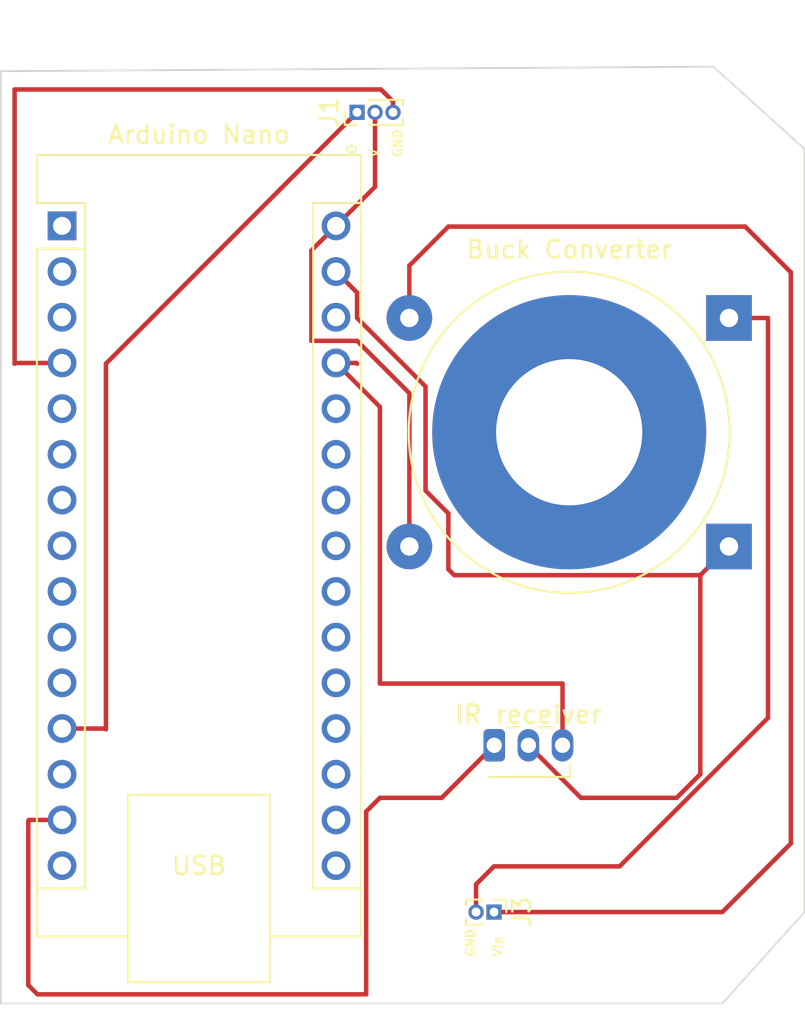
<source format=kicad_pcb>
(kicad_pcb (version 20221018) (generator pcbnew)
  (layers (0 "F.Cu" signal) (31 "B.Cu" signal) (34 "B.Paste" user) (35 "F.Paste" user) (36 "B.SilkS" user "B.Silkscreen") (37 "F.SilkS" user "F.Silkscreen") (38 "B.Mask" user) (39 "F.Mask" user) (44 "Edge.Cuts" user))
  (net 0 "")
  (net 4 "Net-(J1-Pin_3)")
  (net 12 "Net-(A1-D9)")
  (net 14 "Net-(A1-D11)")
  (net 27 "Net-(A1-+5V)")
  (net 29 "Net-(A1-VIN)")
  (net 30 "Net-(J3-Pin_1)")
  (net 31 "Net-(J3-Pin_2)")
  (net 32 "Net-(U1-GND)")
  (footprint "Module:Arduino_Nano" (layer "F.Cu") (at 110.59 63.46)
    (fp_text reference "Arduino Nano" (at 7.62 -5.08) (layer "F.SilkS"))
    (fp_text value "Arduino_Nano_v2.x")
    (fp_text user "USB" (at 7.62 35.56 unlocked) (layer "F.SilkS"))
    (fp_line (start -1.4 -3.94) (end -1.4 -1.27) (stroke (width 0.12)) (layer "F.SilkS"))
    (fp_line (start -1.4 1.27) (end -1.4 39.5) (stroke (width 0.12)) (layer "F.SilkS"))
    (fp_line (start -1.4 39.5) (end 3.68 39.5) (stroke (width 0.12)) (layer "F.SilkS"))
    (fp_line (start 1.27 -1.27) (end -1.4 -1.27) (stroke (width 0.12)) (layer "F.SilkS"))
    (fp_line (start 1.27 1.27) (end -1.4 1.27) (stroke (width 0.12)) (layer "F.SilkS"))
    (fp_line (start 1.27 1.27) (end 1.27 -1.27) (stroke (width 0.12)) (layer "F.SilkS"))
    (fp_line (start 1.27 1.27) (end 1.27 36.83) (stroke (width 0.12)) (layer "F.SilkS"))
    (fp_line (start 1.27 36.83) (end -1.4 36.83) (stroke (width 0.12)) (layer "F.SilkS"))
    (fp_line (start 3.68 31.62) (end 11.56 31.62) (stroke (width 0.12)) (layer "F.SilkS"))
    (fp_line (start 3.68 42.04) (end 3.68 31.62) (stroke (width 0.12)) (layer "F.SilkS"))
    (fp_line (start 11.56 31.62) (end 11.56 42.04) (stroke (width 0.12)) (layer "F.SilkS"))
    (fp_line (start 11.56 42.04) (end 3.68 42.04) (stroke (width 0.12)) (layer "F.SilkS"))
    (fp_line (start 13.97 -1.27) (end 13.97 36.83) (stroke (width 0.12)) (layer "F.SilkS"))
    (fp_line (start 13.97 -1.27) (end 16.64 -1.27) (stroke (width 0.12)) (layer "F.SilkS"))
    (fp_line (start 13.97 36.83) (end 16.64 36.83) (stroke (width 0.12)) (layer "F.SilkS"))
    (fp_line (start 16.64 -3.94) (end -1.4 -3.94) (stroke (width 0.12)) (layer "F.SilkS"))
    (fp_line (start 16.64 39.5) (end 11.56 39.5) (stroke (width 0.12)) (layer "F.SilkS"))
    (fp_line (start 16.64 39.5) (end 16.64 -3.94) (stroke (width 0.12)) (layer "F.SilkS"))
    (pad "1" thru_hole rect (at 0 0) (size 1.6 1.6) (drill 1) (layers "*.Cu" "*.Mask"))
    (pad "2" thru_hole oval (at 0 2.54) (size 1.6 1.6) (drill 1) (layers "*.Cu" "*.Mask"))
    (pad "3" thru_hole oval (at 0 5.08) (size 1.6 1.6) (drill 1) (layers "*.Cu" "*.Mask"))
    (pad "4" thru_hole oval (at 0 7.62) (size 1.6 1.6) (drill 1) (layers "*.Cu" "*.Mask") (net 4 "Net-(J1-Pin_3)"))
    (pad "5" thru_hole oval (at 0 10.16) (size 1.6 1.6) (drill 1) (layers "*.Cu" "*.Mask"))
    (pad "6" thru_hole oval (at 0 12.7) (size 1.6 1.6) (drill 1) (layers "*.Cu" "*.Mask"))
    (pad "7" thru_hole oval (at 0 15.24) (size 1.6 1.6) (drill 1) (layers "*.Cu" "*.Mask"))
    (pad "8" thru_hole oval (at 0 17.78) (size 1.6 1.6) (drill 1) (layers "*.Cu" "*.Mask"))
    (pad "9" thru_hole oval (at 0 20.32) (size 1.6 1.6) (drill 1) (layers "*.Cu" "*.Mask"))
    (pad "10" thru_hole oval (at 0 22.86) (size 1.6 1.6) (drill 1) (layers "*.Cu" "*.Mask"))
    (pad "11" thru_hole oval (at 0 25.4) (size 1.6 1.6) (drill 1) (layers "*.Cu" "*.Mask"))
    (pad "12" thru_hole oval (at 0 27.94) (size 1.6 1.6) (drill 1) (layers "*.Cu" "*.Mask") (net 12 "Net-(A1-D9)"))
    (pad "13" thru_hole oval (at 0 30.48) (size 1.6 1.6) (drill 1) (layers "*.Cu" "*.Mask"))
    (pad "14" thru_hole oval (at 0 33.02) (size 1.6 1.6) (drill 1) (layers "*.Cu" "*.Mask") (net 14 "Net-(A1-D11)"))
    (pad "15" thru_hole oval (at 0 35.56) (size 1.6 1.6) (drill 1) (layers "*.Cu" "*.Mask"))
    (pad "16" thru_hole oval (at 15.24 35.56) (size 1.6 1.6) (drill 1) (layers "*.Cu" "*.Mask"))
    (pad "17" thru_hole oval (at 15.24 33.02) (size 1.6 1.6) (drill 1) (layers "*.Cu" "*.Mask"))
    (pad "18" thru_hole oval (at 15.24 30.48) (size 1.6 1.6) (drill 1) (layers "*.Cu" "*.Mask"))
    (pad "19" thru_hole oval (at 15.24 27.94) (size 1.6 1.6) (drill 1) (layers "*.Cu" "*.Mask"))
    (pad "20" thru_hole oval (at 15.24 25.4) (size 1.6 1.6) (drill 1) (layers "*.Cu" "*.Mask"))
    (pad "21" thru_hole oval (at 15.24 22.86) (size 1.6 1.6) (drill 1) (layers "*.Cu" "*.Mask"))
    (pad "22" thru_hole oval (at 15.24 20.32) (size 1.6 1.6) (drill 1) (layers "*.Cu" "*.Mask"))
    (pad "23" thru_hole oval (at 15.24 17.78) (size 1.6 1.6) (drill 1) (layers "*.Cu" "*.Mask"))
    (pad "24" thru_hole oval (at 15.24 15.24) (size 1.6 1.6) (drill 1) (layers "*.Cu" "*.Mask"))
    (pad "25" thru_hole oval (at 15.24 12.7) (size 1.6 1.6) (drill 1) (layers "*.Cu" "*.Mask"))
    (pad "26" thru_hole oval (at 15.24 10.16) (size 1.6 1.6) (drill 1) (layers "*.Cu" "*.Mask"))
    (pad "27" thru_hole oval (at 15.24 7.62) (size 1.6 1.6) (drill 1) (layers "*.Cu" "*.Mask") (net 27 "Net-(A1-+5V)"))
    (pad "28" thru_hole oval (at 15.24 5.08) (size 1.6 1.6) (drill 1) (layers "*.Cu" "*.Mask"))
    (pad "29" thru_hole oval (at 15.24 2.54) (size 1.6 1.6) (drill 1) (layers "*.Cu" "*.Mask") (net 32 "Net-(U1-GND)"))
    (pad "30" thru_hole oval (at 15.24 0) (size 1.6 1.6) (drill 1) (layers "*.Cu" "*.Mask") (net 29 "Net-(A1-VIN)"))
  )
  (footprint "OptoDevice:ONSemi_QSE15x" (layer "F.Cu") (at 134.63 92.33)
    (fp_text reference "IR receiver" (at 1.9 -1.71) (layer "F.SilkS"))
    (fp_text value "TSDP341xx")
    (fp_line (start -0.32 1.76) (end 4.23 1.76) (stroke (width 0.12)) (layer "F.SilkS"))
    (fp_line (start 0.72 -1) (end 1.4 -1) (stroke (width 0.12)) (layer "F.SilkS"))
    (fp_line (start 2.4 -1) (end 3.3 -1) (stroke (width 0.12)) (layer "F.SilkS"))
    (fp_line (start 4.23 1.76) (end 4.23 1.05) (stroke (width 0.12)) (layer "F.SilkS"))
    (pad "1" thru_hole roundrect (at 0 0) (size 1.2 1.8) (drill 0.85) (layers "*.Cu" "*.Mask") (roundrect_rratio 0.208) (net 14 "Net-(A1-D11)"))
    (pad "2" thru_hole oval (at 1.9 0) (size 1.2 1.8) (drill 0.85) (layers "*.Cu" "*.Mask") (net 32 "Net-(U1-GND)"))
    (pad "3" thru_hole oval (at 3.8 0) (size 1.2 1.8) (drill 0.85) (layers "*.Cu" "*.Mask") (net 27 "Net-(A1-+5V)"))
  )
  (footprint "Connector_PinHeader_1.00mm:PinHeader_1x03_P1.00mm_Vertical" (layer "F.Cu") (at 127 57.15 90)
    (fp_text reference "J1" (at 0 -1.56 90) (layer "F.SilkS"))
    (fp_text value "Conn_01x03_Pin")
    (fp_line (start -0.695 -0.685) (end 0 -0.685) (stroke (width 0.12)) (layer "F.SilkS"))
    (fp_line (start -0.695 0) (end -0.695 -0.685) (stroke (width 0.12)) (layer "F.SilkS"))
    (fp_line (start -0.695 0.685) (end -0.695 2.56) (stroke (width 0.12)) (layer "F.SilkS"))
    (fp_line (start -0.695 0.685) (end -0.608276 0.685) (stroke (width 0.12)) (layer "F.SilkS"))
    (fp_line (start -0.695 2.56) (end -0.394493 2.56) (stroke (width 0.12)) (layer "F.SilkS"))
    (fp_line (start 0.394493 2.56) (end 0.695 2.56) (stroke (width 0.12)) (layer "F.SilkS"))
    (fp_line (start 0.608276 0.685) (end 0.695 0.685) (stroke (width 0.12)) (layer "F.SilkS"))
    (fp_line (start 0.695 0.685) (end 0.695 2.56) (stroke (width 0.12)) (layer "F.SilkS"))
    (pad "1" thru_hole rect (at 0 0 90) (size 0.85 0.85) (drill 0.5) (layers "*.Cu" "*.Mask") (net 12 "Net-(A1-D9)"))
    (pad "2" thru_hole oval (at 0 1 90) (size 0.85 0.85) (drill 0.5) (layers "*.Cu" "*.Mask") (net 29 "Net-(A1-VIN)"))
    (pad "3" thru_hole oval (at 0 2 90) (size 0.85 0.85) (drill 0.5) (layers "*.Cu" "*.Mask") (net 4 "Net-(J1-Pin_3)"))
  )
  (footprint "Transformer_THT:Transformer_Toroid_Horizontal_D18.0mm" (layer "F.Cu") (at 129.91 68.58)
    (fp_text reference "Buck Converter" (at 8.89 -3.81) (layer "F.SilkS"))
    (fp_text value "LM2596S-12")
    (fp_circle (center 8.89 6.35) (end 17.49 8.75) (stroke (width 0.12)) (fill none) (layer "F.SilkS"))
    (pad "" thru_hole circle (at 8.89 6.35) (size 15.24 15.24) (drill 8.13) (layers "*.Cu" "*.Mask"))
    (pad "1" thru_hole circle (at 0 0) (size 2.54 2.54) (drill 1.02) (layers "*.Cu" "*.Mask") (net 30 "Net-(J3-Pin_1)"))
    (pad "2" thru_hole circle (at 0 12.7) (size 2.54 2.54) (drill 1.02) (layers "*.Cu" "*.Mask") (net 29 "Net-(A1-VIN)"))
    (pad "3" thru_hole rect (at 17.78 0) (size 2.54 2.54) (drill 1.02) (layers "*.Cu" "*.Mask") (net 31 "Net-(J3-Pin_2)"))
    (pad "4" thru_hole rect (at 17.78 12.7) (size 2.54 2.54) (drill 1.02) (layers "*.Cu" "*.Mask") (net 32 "Net-(U1-GND)"))
  )
  (footprint "Connector_PinHeader_1.00mm:PinHeader_1x02_P1.00mm_Vertical" (layer "F.Cu") (at 134.62 101.6 -90)
    (fp_text reference "J3" (at 0 -1.56 90) (layer "F.SilkS"))
    (fp_text value "Conn_01x02_Pin")
    (fp_line (start -0.695 -0.685) (end 0 -0.685) (stroke (width 0.12)) (layer "F.SilkS"))
    (fp_line (start -0.695 0) (end -0.695 -0.685) (stroke (width 0.12)) (layer "F.SilkS"))
    (fp_line (start -0.695 0.685) (end -0.695 1.56) (stroke (width 0.12)) (layer "F.SilkS"))
    (fp_line (start -0.695 0.685) (end -0.608276 0.685) (stroke (width 0.12)) (layer "F.SilkS"))
    (fp_line (start -0.695 1.56) (end -0.394493 1.56) (stroke (width 0.12)) (layer "F.SilkS"))
    (fp_line (start 0.394493 1.56) (end 0.695 1.56) (stroke (width 0.12)) (layer "F.SilkS"))
    (fp_line (start 0.608276 0.685) (end 0.695 0.685) (stroke (width 0.12)) (layer "F.SilkS"))
    (fp_line (start 0.695 0.685) (end 0.695 1.56) (stroke (width 0.12)) (layer "F.SilkS"))
    (pad "1" thru_hole rect (at 0 0 270) (size 0.85 0.85) (drill 0.5) (layers "*.Cu" "*.Mask") (net 30 "Net-(J3-Pin_1)"))
    (pad "2" thru_hole oval (at 0 1 270) (size 0.85 0.85) (drill 0.5) (layers "*.Cu" "*.Mask") (net 31 "Net-(J3-Pin_2)"))
  )
  (gr_line (start 151.892 59.182) (end 151.892 101.6) (stroke (width 0.1)) (layer "Edge.Cuts"))
  (gr_line (start 107.188 56.896) (end 107.188 54.864) (stroke (width 0.1)) (layer "Edge.Cuts"))
  (gr_line (start 151.892 59.182) (end 146.812 54.61) (stroke (width 0.1)) (layer "Edge.Cuts"))
  (gr_line (start 147.32 106.68) (end 151.892 101.6) (stroke (width 0.1)) (layer "Edge.Cuts"))
  (gr_line (start 107.188 106.68) (end 107.188 56.896) (stroke (width 0.1)) (layer "Edge.Cuts"))
  (gr_line (start 107.188 106.68) (end 147.32 106.68) (stroke (width 0.1)) (layer "Edge.Cuts"))
  (gr_line (start 107.188 54.864) (end 146.812 54.61) (stroke (width 0.1)) (layer "Edge.Cuts"))
  (gr_text "GND" (at 133.604 104.14 90) (layer "F.SilkS") (effects (font (size 0.5 0.5) (thickness 0.1)) (justify left bottom)))
  (gr_text "V" (at 128.27 59.69 90) (layer "F.SilkS") (effects (font (size 0.5 0.5) (thickness 0.1)) (justify left bottom)))
  (gr_text "GND" (at 129.54 59.69 90) (layer "F.SilkS") (effects (font (size 0.5 0.5) (thickness 0.1)) (justify left bottom)))
  (gr_text "Vin\n" (at 135.128 104.14 90) (layer "F.SilkS") (effects (font (size 0.5 0.5) (thickness 0.1)) (justify left bottom)))
  (gr_text "O\n" (at 127 59.52 90) (layer "F.SilkS") (effects (font (size 0.5 0.5) (thickness 0.1)) (justify left bottom)))
  (segment (start 107.95 55.88) (end 128.33104 55.88) (width 0.25) (layer "F.Cu") (net 4))
  (segment (start 107.99 71.08) (end 107.95 71.12) (width 0.25) (layer "F.Cu") (net 4))
  (segment (start 128.33104 55.88) (end 129 56.54896) (width 0.25) (layer "F.Cu") (net 4))
  (segment (start 129 56.54896) (end 129 57.15) (width 0.25) (layer "F.Cu") (net 4))
  (segment (start 107.95 71.12) (end 107.95 55.88) (width 0.25) (layer "F.Cu") (net 4))
  (segment (start 110.59 71.08) (end 107.99 71.08) (width 0.25) (layer "F.Cu") (net 4))
  (segment (start 113.03 91.44) (end 112.99 91.4) (width 0.25) (layer "F.Cu") (net 12))
  (segment (start 112.99 91.4) (end 110.59 91.4) (width 0.25) (layer "F.Cu") (net 12))
  (segment (start 113.03 71.12) (end 113.03 91.44) (width 0.25) (layer "F.Cu") (net 12))
  (segment (start 127 57.15) (end 113.03 71.12) (width 0.25) (layer "F.Cu") (net 12))
  (segment (start 110.59 96.48) (end 108.752 96.48) (width 0.25) (layer "F.Cu") (net 14))
  (segment (start 108.712 96.52) (end 108.712 105.664) (width 0.25) (layer "F.Cu") (net 14))
  (segment (start 128.27 95.25) (end 131.71 95.25) (width 0.25) (layer "F.Cu") (net 14))
  (segment (start 127.508 96.012) (end 128.27 95.25) (width 0.25) (layer "F.Cu") (net 14))
  (segment (start 108.752 96.48) (end 108.712 96.52) (width 0.25) (layer "F.Cu") (net 14))
  (segment (start 131.71 95.25) (end 134.63 92.33) (width 0.25) (layer "F.Cu") (net 14))
  (segment (start 127.508 106.172) (end 127.508 96.012) (width 0.25) (layer "F.Cu") (net 14))
  (segment (start 109.22 106.172) (end 127.508 106.172) (width 0.25) (layer "F.Cu") (net 14))
  (segment (start 108.712 105.664) (end 109.22 106.172) (width 0.25) (layer "F.Cu") (net 14))
  (segment (start 125.83 71.08) (end 126.96 71.08) (width 0.25) (layer "F.Cu") (net 27))
  (segment (start 138.43 88.9) (end 128.27 88.9) (width 0.25) (layer "F.Cu") (net 27))
  (segment (start 126.96 71.08) (end 127 71.12) (width 0.25) (layer "F.Cu") (net 27))
  (segment (start 128.27 73.52) (end 125.83 71.08) (width 0.25) (layer "F.Cu") (net 27))
  (segment (start 138.43 92.33) (end 138.43 88.9) (width 0.25) (layer "F.Cu") (net 27))
  (segment (start 128.27 88.9) (end 128.27 73.52) (width 0.25) (layer "F.Cu") (net 27))
  (segment (start 127 69.85) (end 129.91 72.76) (width 0.25) (layer "F.Cu") (net 29))
  (segment (start 128 61.29) (end 125.83 63.46) (width 0.25) (layer "F.Cu") (net 29))
  (segment (start 124.46 64.83) (end 124.46 69.85) (width 0.25) (layer "F.Cu") (net 29))
  (segment (start 124.46 69.85) (end 127 69.85) (width 0.25) (layer "F.Cu") (net 29))
  (segment (start 125.83 63.46) (end 124.46 64.83) (width 0.25) (layer "F.Cu") (net 29))
  (segment (start 128 57.15) (end 128 61.29) (width 0.25) (layer "F.Cu") (net 29))
  (segment (start 129.91 72.76) (end 129.91 81.28) (width 0.25) (layer "F.Cu") (net 29))
  (segment (start 132.08 63.5) (end 148.59 63.5) (width 0.25) (layer "F.Cu") (net 30))
  (segment (start 129.91 68.58) (end 129.91 65.67) (width 0.25) (layer "F.Cu") (net 30))
  (segment (start 129.91 65.67) (end 132.08 63.5) (width 0.25) (layer "F.Cu") (net 30))
  (segment (start 151.13 66.04) (end 151.13 97.79) (width 0.25) (layer "F.Cu") (net 30))
  (segment (start 151.13 97.79) (end 147.32 101.6) (width 0.25) (layer "F.Cu") (net 30))
  (segment (start 134.62 101.6) (end 147.32 101.6) (width 0.25) (layer "F.Cu") (net 30))
  (segment (start 148.59 63.5) (end 151.13 66.04) (width 0.25) (layer "F.Cu") (net 30))
  (segment (start 147.69 68.58) (end 149.86 68.58) (width 0.25) (layer "F.Cu") (net 31))
  (segment (start 133.62 100.06) (end 133.62 101.6) (width 0.25) (layer "F.Cu") (net 31))
  (segment (start 149.86 68.58) (end 149.86 90.806396) (width 0.25) (layer "F.Cu") (net 31))
  (segment (start 141.606396 99.06) (end 134.62 99.06) (width 0.25) (layer "F.Cu") (net 31))
  (segment (start 149.86 90.806396) (end 141.606396 99.06) (width 0.25) (layer "F.Cu") (net 31))
  (segment (start 134.62 99.06) (end 133.62 100.06) (width 0.25) (layer "F.Cu") (net 31))
  (segment (start 139.45 95.25) (end 136.53 92.33) (width 0.25) (layer "F.Cu") (net 32))
  (segment (start 127 67.17) (end 127 68.58) (width 0.25) (layer "F.Cu") (net 32))
  (segment (start 130.81 78.175927) (end 132.08 79.445927) (width 0.25) (layer "F.Cu") (net 32))
  (segment (start 132.08 79.445927) (end 132.08 82.55) (width 0.25) (layer "F.Cu") (net 32))
  (segment (start 132.08 82.55) (end 132.405 82.875) (width 0.25) (layer "F.Cu") (net 32))
  (segment (start 132.405 82.875) (end 146.095 82.875) (width 0.25) (layer "F.Cu") (net 32))
  (segment (start 130.81 72.39) (end 130.81 78.175927) (width 0.25) (layer "F.Cu") (net 32))
  (segment (start 127 68.58) (end 130.81 72.39) (width 0.25) (layer "F.Cu") (net 32))
  (segment (start 146.095 93.935) (end 144.78 95.25) (width 0.25) (layer "F.Cu") (net 32))
  (segment (start 144.78 95.25) (end 139.45 95.25) (width 0.25) (layer "F.Cu") (net 32))
  (segment (start 146.095 82.875) (end 146.095 93.935) (width 0.25) (layer "F.Cu") (net 32))
  (segment (start 125.83 66) (end 127 67.17) (width 0.25) (layer "F.Cu") (net 32))
  (segment (start 146.095 82.875) (end 147.69 81.28) (width 0.25) (layer "F.Cu") (net 32))
  (segment (start 147.58 81.28) (end 147.69 81.28) (width 0.25) (layer "F.Cu") (net 32))
)
</source>
